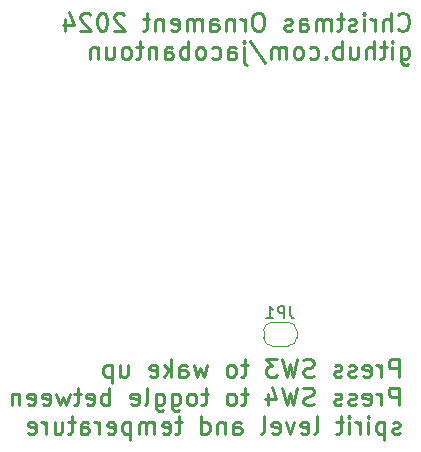
<source format=gbr>
%TF.GenerationSoftware,KiCad,Pcbnew,8.0.6*%
%TF.CreationDate,2024-11-25T23:55:31-05:00*%
%TF.ProjectId,Christmas Ornament 2024,43687269-7374-46d6-9173-204f726e616d,rev?*%
%TF.SameCoordinates,Original*%
%TF.FileFunction,Legend,Bot*%
%TF.FilePolarity,Positive*%
%FSLAX46Y46*%
G04 Gerber Fmt 4.6, Leading zero omitted, Abs format (unit mm)*
G04 Created by KiCad (PCBNEW 8.0.6) date 2024-11-25 23:55:31*
%MOMM*%
%LPD*%
G01*
G04 APERTURE LIST*
%ADD10C,0.250000*%
%ADD11C,0.150000*%
%ADD12C,0.120000*%
G04 APERTURE END LIST*
D10*
X140821241Y-76020655D02*
X140892669Y-76092084D01*
X140892669Y-76092084D02*
X141106955Y-76163512D01*
X141106955Y-76163512D02*
X141249812Y-76163512D01*
X141249812Y-76163512D02*
X141464098Y-76092084D01*
X141464098Y-76092084D02*
X141606955Y-75949226D01*
X141606955Y-75949226D02*
X141678384Y-75806369D01*
X141678384Y-75806369D02*
X141749812Y-75520655D01*
X141749812Y-75520655D02*
X141749812Y-75306369D01*
X141749812Y-75306369D02*
X141678384Y-75020655D01*
X141678384Y-75020655D02*
X141606955Y-74877798D01*
X141606955Y-74877798D02*
X141464098Y-74734941D01*
X141464098Y-74734941D02*
X141249812Y-74663512D01*
X141249812Y-74663512D02*
X141106955Y-74663512D01*
X141106955Y-74663512D02*
X140892669Y-74734941D01*
X140892669Y-74734941D02*
X140821241Y-74806369D01*
X140178384Y-76163512D02*
X140178384Y-74663512D01*
X139535527Y-76163512D02*
X139535527Y-75377798D01*
X139535527Y-75377798D02*
X139606955Y-75234941D01*
X139606955Y-75234941D02*
X139749812Y-75163512D01*
X139749812Y-75163512D02*
X139964098Y-75163512D01*
X139964098Y-75163512D02*
X140106955Y-75234941D01*
X140106955Y-75234941D02*
X140178384Y-75306369D01*
X138821241Y-76163512D02*
X138821241Y-75163512D01*
X138821241Y-75449226D02*
X138749812Y-75306369D01*
X138749812Y-75306369D02*
X138678384Y-75234941D01*
X138678384Y-75234941D02*
X138535526Y-75163512D01*
X138535526Y-75163512D02*
X138392669Y-75163512D01*
X137892670Y-76163512D02*
X137892670Y-75163512D01*
X137892670Y-74663512D02*
X137964098Y-74734941D01*
X137964098Y-74734941D02*
X137892670Y-74806369D01*
X137892670Y-74806369D02*
X137821241Y-74734941D01*
X137821241Y-74734941D02*
X137892670Y-74663512D01*
X137892670Y-74663512D02*
X137892670Y-74806369D01*
X137249812Y-76092084D02*
X137106955Y-76163512D01*
X137106955Y-76163512D02*
X136821241Y-76163512D01*
X136821241Y-76163512D02*
X136678384Y-76092084D01*
X136678384Y-76092084D02*
X136606955Y-75949226D01*
X136606955Y-75949226D02*
X136606955Y-75877798D01*
X136606955Y-75877798D02*
X136678384Y-75734941D01*
X136678384Y-75734941D02*
X136821241Y-75663512D01*
X136821241Y-75663512D02*
X137035527Y-75663512D01*
X137035527Y-75663512D02*
X137178384Y-75592084D01*
X137178384Y-75592084D02*
X137249812Y-75449226D01*
X137249812Y-75449226D02*
X137249812Y-75377798D01*
X137249812Y-75377798D02*
X137178384Y-75234941D01*
X137178384Y-75234941D02*
X137035527Y-75163512D01*
X137035527Y-75163512D02*
X136821241Y-75163512D01*
X136821241Y-75163512D02*
X136678384Y-75234941D01*
X136178383Y-75163512D02*
X135606955Y-75163512D01*
X135964098Y-74663512D02*
X135964098Y-75949226D01*
X135964098Y-75949226D02*
X135892669Y-76092084D01*
X135892669Y-76092084D02*
X135749812Y-76163512D01*
X135749812Y-76163512D02*
X135606955Y-76163512D01*
X135106955Y-76163512D02*
X135106955Y-75163512D01*
X135106955Y-75306369D02*
X135035526Y-75234941D01*
X135035526Y-75234941D02*
X134892669Y-75163512D01*
X134892669Y-75163512D02*
X134678383Y-75163512D01*
X134678383Y-75163512D02*
X134535526Y-75234941D01*
X134535526Y-75234941D02*
X134464098Y-75377798D01*
X134464098Y-75377798D02*
X134464098Y-76163512D01*
X134464098Y-75377798D02*
X134392669Y-75234941D01*
X134392669Y-75234941D02*
X134249812Y-75163512D01*
X134249812Y-75163512D02*
X134035526Y-75163512D01*
X134035526Y-75163512D02*
X133892669Y-75234941D01*
X133892669Y-75234941D02*
X133821240Y-75377798D01*
X133821240Y-75377798D02*
X133821240Y-76163512D01*
X132464098Y-76163512D02*
X132464098Y-75377798D01*
X132464098Y-75377798D02*
X132535526Y-75234941D01*
X132535526Y-75234941D02*
X132678383Y-75163512D01*
X132678383Y-75163512D02*
X132964098Y-75163512D01*
X132964098Y-75163512D02*
X133106955Y-75234941D01*
X132464098Y-76092084D02*
X132606955Y-76163512D01*
X132606955Y-76163512D02*
X132964098Y-76163512D01*
X132964098Y-76163512D02*
X133106955Y-76092084D01*
X133106955Y-76092084D02*
X133178383Y-75949226D01*
X133178383Y-75949226D02*
X133178383Y-75806369D01*
X133178383Y-75806369D02*
X133106955Y-75663512D01*
X133106955Y-75663512D02*
X132964098Y-75592084D01*
X132964098Y-75592084D02*
X132606955Y-75592084D01*
X132606955Y-75592084D02*
X132464098Y-75520655D01*
X131821240Y-76092084D02*
X131678383Y-76163512D01*
X131678383Y-76163512D02*
X131392669Y-76163512D01*
X131392669Y-76163512D02*
X131249812Y-76092084D01*
X131249812Y-76092084D02*
X131178383Y-75949226D01*
X131178383Y-75949226D02*
X131178383Y-75877798D01*
X131178383Y-75877798D02*
X131249812Y-75734941D01*
X131249812Y-75734941D02*
X131392669Y-75663512D01*
X131392669Y-75663512D02*
X131606955Y-75663512D01*
X131606955Y-75663512D02*
X131749812Y-75592084D01*
X131749812Y-75592084D02*
X131821240Y-75449226D01*
X131821240Y-75449226D02*
X131821240Y-75377798D01*
X131821240Y-75377798D02*
X131749812Y-75234941D01*
X131749812Y-75234941D02*
X131606955Y-75163512D01*
X131606955Y-75163512D02*
X131392669Y-75163512D01*
X131392669Y-75163512D02*
X131249812Y-75234941D01*
X129106954Y-74663512D02*
X128821240Y-74663512D01*
X128821240Y-74663512D02*
X128678383Y-74734941D01*
X128678383Y-74734941D02*
X128535526Y-74877798D01*
X128535526Y-74877798D02*
X128464097Y-75163512D01*
X128464097Y-75163512D02*
X128464097Y-75663512D01*
X128464097Y-75663512D02*
X128535526Y-75949226D01*
X128535526Y-75949226D02*
X128678383Y-76092084D01*
X128678383Y-76092084D02*
X128821240Y-76163512D01*
X128821240Y-76163512D02*
X129106954Y-76163512D01*
X129106954Y-76163512D02*
X129249812Y-76092084D01*
X129249812Y-76092084D02*
X129392669Y-75949226D01*
X129392669Y-75949226D02*
X129464097Y-75663512D01*
X129464097Y-75663512D02*
X129464097Y-75163512D01*
X129464097Y-75163512D02*
X129392669Y-74877798D01*
X129392669Y-74877798D02*
X129249812Y-74734941D01*
X129249812Y-74734941D02*
X129106954Y-74663512D01*
X127821240Y-76163512D02*
X127821240Y-75163512D01*
X127821240Y-75449226D02*
X127749811Y-75306369D01*
X127749811Y-75306369D02*
X127678383Y-75234941D01*
X127678383Y-75234941D02*
X127535525Y-75163512D01*
X127535525Y-75163512D02*
X127392668Y-75163512D01*
X126892669Y-75163512D02*
X126892669Y-76163512D01*
X126892669Y-75306369D02*
X126821240Y-75234941D01*
X126821240Y-75234941D02*
X126678383Y-75163512D01*
X126678383Y-75163512D02*
X126464097Y-75163512D01*
X126464097Y-75163512D02*
X126321240Y-75234941D01*
X126321240Y-75234941D02*
X126249812Y-75377798D01*
X126249812Y-75377798D02*
X126249812Y-76163512D01*
X124892669Y-76163512D02*
X124892669Y-75377798D01*
X124892669Y-75377798D02*
X124964097Y-75234941D01*
X124964097Y-75234941D02*
X125106954Y-75163512D01*
X125106954Y-75163512D02*
X125392669Y-75163512D01*
X125392669Y-75163512D02*
X125535526Y-75234941D01*
X124892669Y-76092084D02*
X125035526Y-76163512D01*
X125035526Y-76163512D02*
X125392669Y-76163512D01*
X125392669Y-76163512D02*
X125535526Y-76092084D01*
X125535526Y-76092084D02*
X125606954Y-75949226D01*
X125606954Y-75949226D02*
X125606954Y-75806369D01*
X125606954Y-75806369D02*
X125535526Y-75663512D01*
X125535526Y-75663512D02*
X125392669Y-75592084D01*
X125392669Y-75592084D02*
X125035526Y-75592084D01*
X125035526Y-75592084D02*
X124892669Y-75520655D01*
X124178383Y-76163512D02*
X124178383Y-75163512D01*
X124178383Y-75306369D02*
X124106954Y-75234941D01*
X124106954Y-75234941D02*
X123964097Y-75163512D01*
X123964097Y-75163512D02*
X123749811Y-75163512D01*
X123749811Y-75163512D02*
X123606954Y-75234941D01*
X123606954Y-75234941D02*
X123535526Y-75377798D01*
X123535526Y-75377798D02*
X123535526Y-76163512D01*
X123535526Y-75377798D02*
X123464097Y-75234941D01*
X123464097Y-75234941D02*
X123321240Y-75163512D01*
X123321240Y-75163512D02*
X123106954Y-75163512D01*
X123106954Y-75163512D02*
X122964097Y-75234941D01*
X122964097Y-75234941D02*
X122892668Y-75377798D01*
X122892668Y-75377798D02*
X122892668Y-76163512D01*
X121606954Y-76092084D02*
X121749811Y-76163512D01*
X121749811Y-76163512D02*
X122035526Y-76163512D01*
X122035526Y-76163512D02*
X122178383Y-76092084D01*
X122178383Y-76092084D02*
X122249811Y-75949226D01*
X122249811Y-75949226D02*
X122249811Y-75377798D01*
X122249811Y-75377798D02*
X122178383Y-75234941D01*
X122178383Y-75234941D02*
X122035526Y-75163512D01*
X122035526Y-75163512D02*
X121749811Y-75163512D01*
X121749811Y-75163512D02*
X121606954Y-75234941D01*
X121606954Y-75234941D02*
X121535526Y-75377798D01*
X121535526Y-75377798D02*
X121535526Y-75520655D01*
X121535526Y-75520655D02*
X122249811Y-75663512D01*
X120892669Y-75163512D02*
X120892669Y-76163512D01*
X120892669Y-75306369D02*
X120821240Y-75234941D01*
X120821240Y-75234941D02*
X120678383Y-75163512D01*
X120678383Y-75163512D02*
X120464097Y-75163512D01*
X120464097Y-75163512D02*
X120321240Y-75234941D01*
X120321240Y-75234941D02*
X120249812Y-75377798D01*
X120249812Y-75377798D02*
X120249812Y-76163512D01*
X119749811Y-75163512D02*
X119178383Y-75163512D01*
X119535526Y-74663512D02*
X119535526Y-75949226D01*
X119535526Y-75949226D02*
X119464097Y-76092084D01*
X119464097Y-76092084D02*
X119321240Y-76163512D01*
X119321240Y-76163512D02*
X119178383Y-76163512D01*
X117606954Y-74806369D02*
X117535526Y-74734941D01*
X117535526Y-74734941D02*
X117392669Y-74663512D01*
X117392669Y-74663512D02*
X117035526Y-74663512D01*
X117035526Y-74663512D02*
X116892669Y-74734941D01*
X116892669Y-74734941D02*
X116821240Y-74806369D01*
X116821240Y-74806369D02*
X116749811Y-74949226D01*
X116749811Y-74949226D02*
X116749811Y-75092084D01*
X116749811Y-75092084D02*
X116821240Y-75306369D01*
X116821240Y-75306369D02*
X117678383Y-76163512D01*
X117678383Y-76163512D02*
X116749811Y-76163512D01*
X115821240Y-74663512D02*
X115678383Y-74663512D01*
X115678383Y-74663512D02*
X115535526Y-74734941D01*
X115535526Y-74734941D02*
X115464098Y-74806369D01*
X115464098Y-74806369D02*
X115392669Y-74949226D01*
X115392669Y-74949226D02*
X115321240Y-75234941D01*
X115321240Y-75234941D02*
X115321240Y-75592084D01*
X115321240Y-75592084D02*
X115392669Y-75877798D01*
X115392669Y-75877798D02*
X115464098Y-76020655D01*
X115464098Y-76020655D02*
X115535526Y-76092084D01*
X115535526Y-76092084D02*
X115678383Y-76163512D01*
X115678383Y-76163512D02*
X115821240Y-76163512D01*
X115821240Y-76163512D02*
X115964098Y-76092084D01*
X115964098Y-76092084D02*
X116035526Y-76020655D01*
X116035526Y-76020655D02*
X116106955Y-75877798D01*
X116106955Y-75877798D02*
X116178383Y-75592084D01*
X116178383Y-75592084D02*
X116178383Y-75234941D01*
X116178383Y-75234941D02*
X116106955Y-74949226D01*
X116106955Y-74949226D02*
X116035526Y-74806369D01*
X116035526Y-74806369D02*
X115964098Y-74734941D01*
X115964098Y-74734941D02*
X115821240Y-74663512D01*
X114749812Y-74806369D02*
X114678384Y-74734941D01*
X114678384Y-74734941D02*
X114535527Y-74663512D01*
X114535527Y-74663512D02*
X114178384Y-74663512D01*
X114178384Y-74663512D02*
X114035527Y-74734941D01*
X114035527Y-74734941D02*
X113964098Y-74806369D01*
X113964098Y-74806369D02*
X113892669Y-74949226D01*
X113892669Y-74949226D02*
X113892669Y-75092084D01*
X113892669Y-75092084D02*
X113964098Y-75306369D01*
X113964098Y-75306369D02*
X114821241Y-76163512D01*
X114821241Y-76163512D02*
X113892669Y-76163512D01*
X112606956Y-75163512D02*
X112606956Y-76163512D01*
X112964098Y-74592084D02*
X113321241Y-75663512D01*
X113321241Y-75663512D02*
X112392670Y-75663512D01*
X141035527Y-77578428D02*
X141035527Y-78792714D01*
X141035527Y-78792714D02*
X141106955Y-78935571D01*
X141106955Y-78935571D02*
X141178384Y-79007000D01*
X141178384Y-79007000D02*
X141321241Y-79078428D01*
X141321241Y-79078428D02*
X141535527Y-79078428D01*
X141535527Y-79078428D02*
X141678384Y-79007000D01*
X141035527Y-78507000D02*
X141178384Y-78578428D01*
X141178384Y-78578428D02*
X141464098Y-78578428D01*
X141464098Y-78578428D02*
X141606955Y-78507000D01*
X141606955Y-78507000D02*
X141678384Y-78435571D01*
X141678384Y-78435571D02*
X141749812Y-78292714D01*
X141749812Y-78292714D02*
X141749812Y-77864142D01*
X141749812Y-77864142D02*
X141678384Y-77721285D01*
X141678384Y-77721285D02*
X141606955Y-77649857D01*
X141606955Y-77649857D02*
X141464098Y-77578428D01*
X141464098Y-77578428D02*
X141178384Y-77578428D01*
X141178384Y-77578428D02*
X141035527Y-77649857D01*
X140321241Y-78578428D02*
X140321241Y-77578428D01*
X140321241Y-77078428D02*
X140392669Y-77149857D01*
X140392669Y-77149857D02*
X140321241Y-77221285D01*
X140321241Y-77221285D02*
X140249812Y-77149857D01*
X140249812Y-77149857D02*
X140321241Y-77078428D01*
X140321241Y-77078428D02*
X140321241Y-77221285D01*
X139821240Y-77578428D02*
X139249812Y-77578428D01*
X139606955Y-77078428D02*
X139606955Y-78364142D01*
X139606955Y-78364142D02*
X139535526Y-78507000D01*
X139535526Y-78507000D02*
X139392669Y-78578428D01*
X139392669Y-78578428D02*
X139249812Y-78578428D01*
X138749812Y-78578428D02*
X138749812Y-77078428D01*
X138106955Y-78578428D02*
X138106955Y-77792714D01*
X138106955Y-77792714D02*
X138178383Y-77649857D01*
X138178383Y-77649857D02*
X138321240Y-77578428D01*
X138321240Y-77578428D02*
X138535526Y-77578428D01*
X138535526Y-77578428D02*
X138678383Y-77649857D01*
X138678383Y-77649857D02*
X138749812Y-77721285D01*
X136749812Y-77578428D02*
X136749812Y-78578428D01*
X137392669Y-77578428D02*
X137392669Y-78364142D01*
X137392669Y-78364142D02*
X137321240Y-78507000D01*
X137321240Y-78507000D02*
X137178383Y-78578428D01*
X137178383Y-78578428D02*
X136964097Y-78578428D01*
X136964097Y-78578428D02*
X136821240Y-78507000D01*
X136821240Y-78507000D02*
X136749812Y-78435571D01*
X136035526Y-78578428D02*
X136035526Y-77078428D01*
X136035526Y-77649857D02*
X135892669Y-77578428D01*
X135892669Y-77578428D02*
X135606954Y-77578428D01*
X135606954Y-77578428D02*
X135464097Y-77649857D01*
X135464097Y-77649857D02*
X135392669Y-77721285D01*
X135392669Y-77721285D02*
X135321240Y-77864142D01*
X135321240Y-77864142D02*
X135321240Y-78292714D01*
X135321240Y-78292714D02*
X135392669Y-78435571D01*
X135392669Y-78435571D02*
X135464097Y-78507000D01*
X135464097Y-78507000D02*
X135606954Y-78578428D01*
X135606954Y-78578428D02*
X135892669Y-78578428D01*
X135892669Y-78578428D02*
X136035526Y-78507000D01*
X134678383Y-78435571D02*
X134606954Y-78507000D01*
X134606954Y-78507000D02*
X134678383Y-78578428D01*
X134678383Y-78578428D02*
X134749811Y-78507000D01*
X134749811Y-78507000D02*
X134678383Y-78435571D01*
X134678383Y-78435571D02*
X134678383Y-78578428D01*
X133321240Y-78507000D02*
X133464097Y-78578428D01*
X133464097Y-78578428D02*
X133749811Y-78578428D01*
X133749811Y-78578428D02*
X133892668Y-78507000D01*
X133892668Y-78507000D02*
X133964097Y-78435571D01*
X133964097Y-78435571D02*
X134035525Y-78292714D01*
X134035525Y-78292714D02*
X134035525Y-77864142D01*
X134035525Y-77864142D02*
X133964097Y-77721285D01*
X133964097Y-77721285D02*
X133892668Y-77649857D01*
X133892668Y-77649857D02*
X133749811Y-77578428D01*
X133749811Y-77578428D02*
X133464097Y-77578428D01*
X133464097Y-77578428D02*
X133321240Y-77649857D01*
X132464097Y-78578428D02*
X132606954Y-78507000D01*
X132606954Y-78507000D02*
X132678383Y-78435571D01*
X132678383Y-78435571D02*
X132749811Y-78292714D01*
X132749811Y-78292714D02*
X132749811Y-77864142D01*
X132749811Y-77864142D02*
X132678383Y-77721285D01*
X132678383Y-77721285D02*
X132606954Y-77649857D01*
X132606954Y-77649857D02*
X132464097Y-77578428D01*
X132464097Y-77578428D02*
X132249811Y-77578428D01*
X132249811Y-77578428D02*
X132106954Y-77649857D01*
X132106954Y-77649857D02*
X132035526Y-77721285D01*
X132035526Y-77721285D02*
X131964097Y-77864142D01*
X131964097Y-77864142D02*
X131964097Y-78292714D01*
X131964097Y-78292714D02*
X132035526Y-78435571D01*
X132035526Y-78435571D02*
X132106954Y-78507000D01*
X132106954Y-78507000D02*
X132249811Y-78578428D01*
X132249811Y-78578428D02*
X132464097Y-78578428D01*
X131321240Y-78578428D02*
X131321240Y-77578428D01*
X131321240Y-77721285D02*
X131249811Y-77649857D01*
X131249811Y-77649857D02*
X131106954Y-77578428D01*
X131106954Y-77578428D02*
X130892668Y-77578428D01*
X130892668Y-77578428D02*
X130749811Y-77649857D01*
X130749811Y-77649857D02*
X130678383Y-77792714D01*
X130678383Y-77792714D02*
X130678383Y-78578428D01*
X130678383Y-77792714D02*
X130606954Y-77649857D01*
X130606954Y-77649857D02*
X130464097Y-77578428D01*
X130464097Y-77578428D02*
X130249811Y-77578428D01*
X130249811Y-77578428D02*
X130106954Y-77649857D01*
X130106954Y-77649857D02*
X130035525Y-77792714D01*
X130035525Y-77792714D02*
X130035525Y-78578428D01*
X128249811Y-77007000D02*
X129535525Y-78935571D01*
X127749811Y-77578428D02*
X127749811Y-78864142D01*
X127749811Y-78864142D02*
X127821239Y-79007000D01*
X127821239Y-79007000D02*
X127964096Y-79078428D01*
X127964096Y-79078428D02*
X128035525Y-79078428D01*
X127749811Y-77078428D02*
X127821239Y-77149857D01*
X127821239Y-77149857D02*
X127749811Y-77221285D01*
X127749811Y-77221285D02*
X127678382Y-77149857D01*
X127678382Y-77149857D02*
X127749811Y-77078428D01*
X127749811Y-77078428D02*
X127749811Y-77221285D01*
X126392668Y-78578428D02*
X126392668Y-77792714D01*
X126392668Y-77792714D02*
X126464096Y-77649857D01*
X126464096Y-77649857D02*
X126606953Y-77578428D01*
X126606953Y-77578428D02*
X126892668Y-77578428D01*
X126892668Y-77578428D02*
X127035525Y-77649857D01*
X126392668Y-78507000D02*
X126535525Y-78578428D01*
X126535525Y-78578428D02*
X126892668Y-78578428D01*
X126892668Y-78578428D02*
X127035525Y-78507000D01*
X127035525Y-78507000D02*
X127106953Y-78364142D01*
X127106953Y-78364142D02*
X127106953Y-78221285D01*
X127106953Y-78221285D02*
X127035525Y-78078428D01*
X127035525Y-78078428D02*
X126892668Y-78007000D01*
X126892668Y-78007000D02*
X126535525Y-78007000D01*
X126535525Y-78007000D02*
X126392668Y-77935571D01*
X125035525Y-78507000D02*
X125178382Y-78578428D01*
X125178382Y-78578428D02*
X125464096Y-78578428D01*
X125464096Y-78578428D02*
X125606953Y-78507000D01*
X125606953Y-78507000D02*
X125678382Y-78435571D01*
X125678382Y-78435571D02*
X125749810Y-78292714D01*
X125749810Y-78292714D02*
X125749810Y-77864142D01*
X125749810Y-77864142D02*
X125678382Y-77721285D01*
X125678382Y-77721285D02*
X125606953Y-77649857D01*
X125606953Y-77649857D02*
X125464096Y-77578428D01*
X125464096Y-77578428D02*
X125178382Y-77578428D01*
X125178382Y-77578428D02*
X125035525Y-77649857D01*
X124178382Y-78578428D02*
X124321239Y-78507000D01*
X124321239Y-78507000D02*
X124392668Y-78435571D01*
X124392668Y-78435571D02*
X124464096Y-78292714D01*
X124464096Y-78292714D02*
X124464096Y-77864142D01*
X124464096Y-77864142D02*
X124392668Y-77721285D01*
X124392668Y-77721285D02*
X124321239Y-77649857D01*
X124321239Y-77649857D02*
X124178382Y-77578428D01*
X124178382Y-77578428D02*
X123964096Y-77578428D01*
X123964096Y-77578428D02*
X123821239Y-77649857D01*
X123821239Y-77649857D02*
X123749811Y-77721285D01*
X123749811Y-77721285D02*
X123678382Y-77864142D01*
X123678382Y-77864142D02*
X123678382Y-78292714D01*
X123678382Y-78292714D02*
X123749811Y-78435571D01*
X123749811Y-78435571D02*
X123821239Y-78507000D01*
X123821239Y-78507000D02*
X123964096Y-78578428D01*
X123964096Y-78578428D02*
X124178382Y-78578428D01*
X123035525Y-78578428D02*
X123035525Y-77078428D01*
X123035525Y-77649857D02*
X122892668Y-77578428D01*
X122892668Y-77578428D02*
X122606953Y-77578428D01*
X122606953Y-77578428D02*
X122464096Y-77649857D01*
X122464096Y-77649857D02*
X122392668Y-77721285D01*
X122392668Y-77721285D02*
X122321239Y-77864142D01*
X122321239Y-77864142D02*
X122321239Y-78292714D01*
X122321239Y-78292714D02*
X122392668Y-78435571D01*
X122392668Y-78435571D02*
X122464096Y-78507000D01*
X122464096Y-78507000D02*
X122606953Y-78578428D01*
X122606953Y-78578428D02*
X122892668Y-78578428D01*
X122892668Y-78578428D02*
X123035525Y-78507000D01*
X121035525Y-78578428D02*
X121035525Y-77792714D01*
X121035525Y-77792714D02*
X121106953Y-77649857D01*
X121106953Y-77649857D02*
X121249810Y-77578428D01*
X121249810Y-77578428D02*
X121535525Y-77578428D01*
X121535525Y-77578428D02*
X121678382Y-77649857D01*
X121035525Y-78507000D02*
X121178382Y-78578428D01*
X121178382Y-78578428D02*
X121535525Y-78578428D01*
X121535525Y-78578428D02*
X121678382Y-78507000D01*
X121678382Y-78507000D02*
X121749810Y-78364142D01*
X121749810Y-78364142D02*
X121749810Y-78221285D01*
X121749810Y-78221285D02*
X121678382Y-78078428D01*
X121678382Y-78078428D02*
X121535525Y-78007000D01*
X121535525Y-78007000D02*
X121178382Y-78007000D01*
X121178382Y-78007000D02*
X121035525Y-77935571D01*
X120321239Y-77578428D02*
X120321239Y-78578428D01*
X120321239Y-77721285D02*
X120249810Y-77649857D01*
X120249810Y-77649857D02*
X120106953Y-77578428D01*
X120106953Y-77578428D02*
X119892667Y-77578428D01*
X119892667Y-77578428D02*
X119749810Y-77649857D01*
X119749810Y-77649857D02*
X119678382Y-77792714D01*
X119678382Y-77792714D02*
X119678382Y-78578428D01*
X119178381Y-77578428D02*
X118606953Y-77578428D01*
X118964096Y-77078428D02*
X118964096Y-78364142D01*
X118964096Y-78364142D02*
X118892667Y-78507000D01*
X118892667Y-78507000D02*
X118749810Y-78578428D01*
X118749810Y-78578428D02*
X118606953Y-78578428D01*
X117892667Y-78578428D02*
X118035524Y-78507000D01*
X118035524Y-78507000D02*
X118106953Y-78435571D01*
X118106953Y-78435571D02*
X118178381Y-78292714D01*
X118178381Y-78292714D02*
X118178381Y-77864142D01*
X118178381Y-77864142D02*
X118106953Y-77721285D01*
X118106953Y-77721285D02*
X118035524Y-77649857D01*
X118035524Y-77649857D02*
X117892667Y-77578428D01*
X117892667Y-77578428D02*
X117678381Y-77578428D01*
X117678381Y-77578428D02*
X117535524Y-77649857D01*
X117535524Y-77649857D02*
X117464096Y-77721285D01*
X117464096Y-77721285D02*
X117392667Y-77864142D01*
X117392667Y-77864142D02*
X117392667Y-78292714D01*
X117392667Y-78292714D02*
X117464096Y-78435571D01*
X117464096Y-78435571D02*
X117535524Y-78507000D01*
X117535524Y-78507000D02*
X117678381Y-78578428D01*
X117678381Y-78578428D02*
X117892667Y-78578428D01*
X116106953Y-77578428D02*
X116106953Y-78578428D01*
X116749810Y-77578428D02*
X116749810Y-78364142D01*
X116749810Y-78364142D02*
X116678381Y-78507000D01*
X116678381Y-78507000D02*
X116535524Y-78578428D01*
X116535524Y-78578428D02*
X116321238Y-78578428D01*
X116321238Y-78578428D02*
X116178381Y-78507000D01*
X116178381Y-78507000D02*
X116106953Y-78435571D01*
X115392667Y-77578428D02*
X115392667Y-78578428D01*
X115392667Y-77721285D02*
X115321238Y-77649857D01*
X115321238Y-77649857D02*
X115178381Y-77578428D01*
X115178381Y-77578428D02*
X114964095Y-77578428D01*
X114964095Y-77578428D02*
X114821238Y-77649857D01*
X114821238Y-77649857D02*
X114749810Y-77792714D01*
X114749810Y-77792714D02*
X114749810Y-78578428D01*
X140853384Y-105473596D02*
X140853384Y-103973596D01*
X140853384Y-103973596D02*
X140281955Y-103973596D01*
X140281955Y-103973596D02*
X140139098Y-104045025D01*
X140139098Y-104045025D02*
X140067669Y-104116453D01*
X140067669Y-104116453D02*
X139996241Y-104259310D01*
X139996241Y-104259310D02*
X139996241Y-104473596D01*
X139996241Y-104473596D02*
X140067669Y-104616453D01*
X140067669Y-104616453D02*
X140139098Y-104687882D01*
X140139098Y-104687882D02*
X140281955Y-104759310D01*
X140281955Y-104759310D02*
X140853384Y-104759310D01*
X139353384Y-105473596D02*
X139353384Y-104473596D01*
X139353384Y-104759310D02*
X139281955Y-104616453D01*
X139281955Y-104616453D02*
X139210527Y-104545025D01*
X139210527Y-104545025D02*
X139067669Y-104473596D01*
X139067669Y-104473596D02*
X138924812Y-104473596D01*
X137853384Y-105402168D02*
X137996241Y-105473596D01*
X137996241Y-105473596D02*
X138281956Y-105473596D01*
X138281956Y-105473596D02*
X138424813Y-105402168D01*
X138424813Y-105402168D02*
X138496241Y-105259310D01*
X138496241Y-105259310D02*
X138496241Y-104687882D01*
X138496241Y-104687882D02*
X138424813Y-104545025D01*
X138424813Y-104545025D02*
X138281956Y-104473596D01*
X138281956Y-104473596D02*
X137996241Y-104473596D01*
X137996241Y-104473596D02*
X137853384Y-104545025D01*
X137853384Y-104545025D02*
X137781956Y-104687882D01*
X137781956Y-104687882D02*
X137781956Y-104830739D01*
X137781956Y-104830739D02*
X138496241Y-104973596D01*
X137210527Y-105402168D02*
X137067670Y-105473596D01*
X137067670Y-105473596D02*
X136781956Y-105473596D01*
X136781956Y-105473596D02*
X136639099Y-105402168D01*
X136639099Y-105402168D02*
X136567670Y-105259310D01*
X136567670Y-105259310D02*
X136567670Y-105187882D01*
X136567670Y-105187882D02*
X136639099Y-105045025D01*
X136639099Y-105045025D02*
X136781956Y-104973596D01*
X136781956Y-104973596D02*
X136996242Y-104973596D01*
X136996242Y-104973596D02*
X137139099Y-104902168D01*
X137139099Y-104902168D02*
X137210527Y-104759310D01*
X137210527Y-104759310D02*
X137210527Y-104687882D01*
X137210527Y-104687882D02*
X137139099Y-104545025D01*
X137139099Y-104545025D02*
X136996242Y-104473596D01*
X136996242Y-104473596D02*
X136781956Y-104473596D01*
X136781956Y-104473596D02*
X136639099Y-104545025D01*
X135996241Y-105402168D02*
X135853384Y-105473596D01*
X135853384Y-105473596D02*
X135567670Y-105473596D01*
X135567670Y-105473596D02*
X135424813Y-105402168D01*
X135424813Y-105402168D02*
X135353384Y-105259310D01*
X135353384Y-105259310D02*
X135353384Y-105187882D01*
X135353384Y-105187882D02*
X135424813Y-105045025D01*
X135424813Y-105045025D02*
X135567670Y-104973596D01*
X135567670Y-104973596D02*
X135781956Y-104973596D01*
X135781956Y-104973596D02*
X135924813Y-104902168D01*
X135924813Y-104902168D02*
X135996241Y-104759310D01*
X135996241Y-104759310D02*
X135996241Y-104687882D01*
X135996241Y-104687882D02*
X135924813Y-104545025D01*
X135924813Y-104545025D02*
X135781956Y-104473596D01*
X135781956Y-104473596D02*
X135567670Y-104473596D01*
X135567670Y-104473596D02*
X135424813Y-104545025D01*
X133639098Y-105402168D02*
X133424813Y-105473596D01*
X133424813Y-105473596D02*
X133067670Y-105473596D01*
X133067670Y-105473596D02*
X132924813Y-105402168D01*
X132924813Y-105402168D02*
X132853384Y-105330739D01*
X132853384Y-105330739D02*
X132781955Y-105187882D01*
X132781955Y-105187882D02*
X132781955Y-105045025D01*
X132781955Y-105045025D02*
X132853384Y-104902168D01*
X132853384Y-104902168D02*
X132924813Y-104830739D01*
X132924813Y-104830739D02*
X133067670Y-104759310D01*
X133067670Y-104759310D02*
X133353384Y-104687882D01*
X133353384Y-104687882D02*
X133496241Y-104616453D01*
X133496241Y-104616453D02*
X133567670Y-104545025D01*
X133567670Y-104545025D02*
X133639098Y-104402168D01*
X133639098Y-104402168D02*
X133639098Y-104259310D01*
X133639098Y-104259310D02*
X133567670Y-104116453D01*
X133567670Y-104116453D02*
X133496241Y-104045025D01*
X133496241Y-104045025D02*
X133353384Y-103973596D01*
X133353384Y-103973596D02*
X132996241Y-103973596D01*
X132996241Y-103973596D02*
X132781955Y-104045025D01*
X132281956Y-103973596D02*
X131924813Y-105473596D01*
X131924813Y-105473596D02*
X131639099Y-104402168D01*
X131639099Y-104402168D02*
X131353384Y-105473596D01*
X131353384Y-105473596D02*
X130996242Y-103973596D01*
X130567670Y-103973596D02*
X129639098Y-103973596D01*
X129639098Y-103973596D02*
X130139098Y-104545025D01*
X130139098Y-104545025D02*
X129924813Y-104545025D01*
X129924813Y-104545025D02*
X129781956Y-104616453D01*
X129781956Y-104616453D02*
X129710527Y-104687882D01*
X129710527Y-104687882D02*
X129639098Y-104830739D01*
X129639098Y-104830739D02*
X129639098Y-105187882D01*
X129639098Y-105187882D02*
X129710527Y-105330739D01*
X129710527Y-105330739D02*
X129781956Y-105402168D01*
X129781956Y-105402168D02*
X129924813Y-105473596D01*
X129924813Y-105473596D02*
X130353384Y-105473596D01*
X130353384Y-105473596D02*
X130496241Y-105402168D01*
X130496241Y-105402168D02*
X130567670Y-105330739D01*
X128067670Y-104473596D02*
X127496242Y-104473596D01*
X127853385Y-103973596D02*
X127853385Y-105259310D01*
X127853385Y-105259310D02*
X127781956Y-105402168D01*
X127781956Y-105402168D02*
X127639099Y-105473596D01*
X127639099Y-105473596D02*
X127496242Y-105473596D01*
X126781956Y-105473596D02*
X126924813Y-105402168D01*
X126924813Y-105402168D02*
X126996242Y-105330739D01*
X126996242Y-105330739D02*
X127067670Y-105187882D01*
X127067670Y-105187882D02*
X127067670Y-104759310D01*
X127067670Y-104759310D02*
X126996242Y-104616453D01*
X126996242Y-104616453D02*
X126924813Y-104545025D01*
X126924813Y-104545025D02*
X126781956Y-104473596D01*
X126781956Y-104473596D02*
X126567670Y-104473596D01*
X126567670Y-104473596D02*
X126424813Y-104545025D01*
X126424813Y-104545025D02*
X126353385Y-104616453D01*
X126353385Y-104616453D02*
X126281956Y-104759310D01*
X126281956Y-104759310D02*
X126281956Y-105187882D01*
X126281956Y-105187882D02*
X126353385Y-105330739D01*
X126353385Y-105330739D02*
X126424813Y-105402168D01*
X126424813Y-105402168D02*
X126567670Y-105473596D01*
X126567670Y-105473596D02*
X126781956Y-105473596D01*
X124639099Y-104473596D02*
X124353385Y-105473596D01*
X124353385Y-105473596D02*
X124067670Y-104759310D01*
X124067670Y-104759310D02*
X123781956Y-105473596D01*
X123781956Y-105473596D02*
X123496242Y-104473596D01*
X122281956Y-105473596D02*
X122281956Y-104687882D01*
X122281956Y-104687882D02*
X122353384Y-104545025D01*
X122353384Y-104545025D02*
X122496241Y-104473596D01*
X122496241Y-104473596D02*
X122781956Y-104473596D01*
X122781956Y-104473596D02*
X122924813Y-104545025D01*
X122281956Y-105402168D02*
X122424813Y-105473596D01*
X122424813Y-105473596D02*
X122781956Y-105473596D01*
X122781956Y-105473596D02*
X122924813Y-105402168D01*
X122924813Y-105402168D02*
X122996241Y-105259310D01*
X122996241Y-105259310D02*
X122996241Y-105116453D01*
X122996241Y-105116453D02*
X122924813Y-104973596D01*
X122924813Y-104973596D02*
X122781956Y-104902168D01*
X122781956Y-104902168D02*
X122424813Y-104902168D01*
X122424813Y-104902168D02*
X122281956Y-104830739D01*
X121567670Y-105473596D02*
X121567670Y-103973596D01*
X121424813Y-104902168D02*
X120996241Y-105473596D01*
X120996241Y-104473596D02*
X121567670Y-105045025D01*
X119781955Y-105402168D02*
X119924812Y-105473596D01*
X119924812Y-105473596D02*
X120210527Y-105473596D01*
X120210527Y-105473596D02*
X120353384Y-105402168D01*
X120353384Y-105402168D02*
X120424812Y-105259310D01*
X120424812Y-105259310D02*
X120424812Y-104687882D01*
X120424812Y-104687882D02*
X120353384Y-104545025D01*
X120353384Y-104545025D02*
X120210527Y-104473596D01*
X120210527Y-104473596D02*
X119924812Y-104473596D01*
X119924812Y-104473596D02*
X119781955Y-104545025D01*
X119781955Y-104545025D02*
X119710527Y-104687882D01*
X119710527Y-104687882D02*
X119710527Y-104830739D01*
X119710527Y-104830739D02*
X120424812Y-104973596D01*
X117281956Y-104473596D02*
X117281956Y-105473596D01*
X117924813Y-104473596D02*
X117924813Y-105259310D01*
X117924813Y-105259310D02*
X117853384Y-105402168D01*
X117853384Y-105402168D02*
X117710527Y-105473596D01*
X117710527Y-105473596D02*
X117496241Y-105473596D01*
X117496241Y-105473596D02*
X117353384Y-105402168D01*
X117353384Y-105402168D02*
X117281956Y-105330739D01*
X116567670Y-104473596D02*
X116567670Y-105973596D01*
X116567670Y-104545025D02*
X116424813Y-104473596D01*
X116424813Y-104473596D02*
X116139098Y-104473596D01*
X116139098Y-104473596D02*
X115996241Y-104545025D01*
X115996241Y-104545025D02*
X115924813Y-104616453D01*
X115924813Y-104616453D02*
X115853384Y-104759310D01*
X115853384Y-104759310D02*
X115853384Y-105187882D01*
X115853384Y-105187882D02*
X115924813Y-105330739D01*
X115924813Y-105330739D02*
X115996241Y-105402168D01*
X115996241Y-105402168D02*
X116139098Y-105473596D01*
X116139098Y-105473596D02*
X116424813Y-105473596D01*
X116424813Y-105473596D02*
X116567670Y-105402168D01*
X140853384Y-107888512D02*
X140853384Y-106388512D01*
X140853384Y-106388512D02*
X140281955Y-106388512D01*
X140281955Y-106388512D02*
X140139098Y-106459941D01*
X140139098Y-106459941D02*
X140067669Y-106531369D01*
X140067669Y-106531369D02*
X139996241Y-106674226D01*
X139996241Y-106674226D02*
X139996241Y-106888512D01*
X139996241Y-106888512D02*
X140067669Y-107031369D01*
X140067669Y-107031369D02*
X140139098Y-107102798D01*
X140139098Y-107102798D02*
X140281955Y-107174226D01*
X140281955Y-107174226D02*
X140853384Y-107174226D01*
X139353384Y-107888512D02*
X139353384Y-106888512D01*
X139353384Y-107174226D02*
X139281955Y-107031369D01*
X139281955Y-107031369D02*
X139210527Y-106959941D01*
X139210527Y-106959941D02*
X139067669Y-106888512D01*
X139067669Y-106888512D02*
X138924812Y-106888512D01*
X137853384Y-107817084D02*
X137996241Y-107888512D01*
X137996241Y-107888512D02*
X138281956Y-107888512D01*
X138281956Y-107888512D02*
X138424813Y-107817084D01*
X138424813Y-107817084D02*
X138496241Y-107674226D01*
X138496241Y-107674226D02*
X138496241Y-107102798D01*
X138496241Y-107102798D02*
X138424813Y-106959941D01*
X138424813Y-106959941D02*
X138281956Y-106888512D01*
X138281956Y-106888512D02*
X137996241Y-106888512D01*
X137996241Y-106888512D02*
X137853384Y-106959941D01*
X137853384Y-106959941D02*
X137781956Y-107102798D01*
X137781956Y-107102798D02*
X137781956Y-107245655D01*
X137781956Y-107245655D02*
X138496241Y-107388512D01*
X137210527Y-107817084D02*
X137067670Y-107888512D01*
X137067670Y-107888512D02*
X136781956Y-107888512D01*
X136781956Y-107888512D02*
X136639099Y-107817084D01*
X136639099Y-107817084D02*
X136567670Y-107674226D01*
X136567670Y-107674226D02*
X136567670Y-107602798D01*
X136567670Y-107602798D02*
X136639099Y-107459941D01*
X136639099Y-107459941D02*
X136781956Y-107388512D01*
X136781956Y-107388512D02*
X136996242Y-107388512D01*
X136996242Y-107388512D02*
X137139099Y-107317084D01*
X137139099Y-107317084D02*
X137210527Y-107174226D01*
X137210527Y-107174226D02*
X137210527Y-107102798D01*
X137210527Y-107102798D02*
X137139099Y-106959941D01*
X137139099Y-106959941D02*
X136996242Y-106888512D01*
X136996242Y-106888512D02*
X136781956Y-106888512D01*
X136781956Y-106888512D02*
X136639099Y-106959941D01*
X135996241Y-107817084D02*
X135853384Y-107888512D01*
X135853384Y-107888512D02*
X135567670Y-107888512D01*
X135567670Y-107888512D02*
X135424813Y-107817084D01*
X135424813Y-107817084D02*
X135353384Y-107674226D01*
X135353384Y-107674226D02*
X135353384Y-107602798D01*
X135353384Y-107602798D02*
X135424813Y-107459941D01*
X135424813Y-107459941D02*
X135567670Y-107388512D01*
X135567670Y-107388512D02*
X135781956Y-107388512D01*
X135781956Y-107388512D02*
X135924813Y-107317084D01*
X135924813Y-107317084D02*
X135996241Y-107174226D01*
X135996241Y-107174226D02*
X135996241Y-107102798D01*
X135996241Y-107102798D02*
X135924813Y-106959941D01*
X135924813Y-106959941D02*
X135781956Y-106888512D01*
X135781956Y-106888512D02*
X135567670Y-106888512D01*
X135567670Y-106888512D02*
X135424813Y-106959941D01*
X133639098Y-107817084D02*
X133424813Y-107888512D01*
X133424813Y-107888512D02*
X133067670Y-107888512D01*
X133067670Y-107888512D02*
X132924813Y-107817084D01*
X132924813Y-107817084D02*
X132853384Y-107745655D01*
X132853384Y-107745655D02*
X132781955Y-107602798D01*
X132781955Y-107602798D02*
X132781955Y-107459941D01*
X132781955Y-107459941D02*
X132853384Y-107317084D01*
X132853384Y-107317084D02*
X132924813Y-107245655D01*
X132924813Y-107245655D02*
X133067670Y-107174226D01*
X133067670Y-107174226D02*
X133353384Y-107102798D01*
X133353384Y-107102798D02*
X133496241Y-107031369D01*
X133496241Y-107031369D02*
X133567670Y-106959941D01*
X133567670Y-106959941D02*
X133639098Y-106817084D01*
X133639098Y-106817084D02*
X133639098Y-106674226D01*
X133639098Y-106674226D02*
X133567670Y-106531369D01*
X133567670Y-106531369D02*
X133496241Y-106459941D01*
X133496241Y-106459941D02*
X133353384Y-106388512D01*
X133353384Y-106388512D02*
X132996241Y-106388512D01*
X132996241Y-106388512D02*
X132781955Y-106459941D01*
X132281956Y-106388512D02*
X131924813Y-107888512D01*
X131924813Y-107888512D02*
X131639099Y-106817084D01*
X131639099Y-106817084D02*
X131353384Y-107888512D01*
X131353384Y-107888512D02*
X130996242Y-106388512D01*
X129781956Y-106888512D02*
X129781956Y-107888512D01*
X130139098Y-106317084D02*
X130496241Y-107388512D01*
X130496241Y-107388512D02*
X129567670Y-107388512D01*
X128067670Y-106888512D02*
X127496242Y-106888512D01*
X127853385Y-106388512D02*
X127853385Y-107674226D01*
X127853385Y-107674226D02*
X127781956Y-107817084D01*
X127781956Y-107817084D02*
X127639099Y-107888512D01*
X127639099Y-107888512D02*
X127496242Y-107888512D01*
X126781956Y-107888512D02*
X126924813Y-107817084D01*
X126924813Y-107817084D02*
X126996242Y-107745655D01*
X126996242Y-107745655D02*
X127067670Y-107602798D01*
X127067670Y-107602798D02*
X127067670Y-107174226D01*
X127067670Y-107174226D02*
X126996242Y-107031369D01*
X126996242Y-107031369D02*
X126924813Y-106959941D01*
X126924813Y-106959941D02*
X126781956Y-106888512D01*
X126781956Y-106888512D02*
X126567670Y-106888512D01*
X126567670Y-106888512D02*
X126424813Y-106959941D01*
X126424813Y-106959941D02*
X126353385Y-107031369D01*
X126353385Y-107031369D02*
X126281956Y-107174226D01*
X126281956Y-107174226D02*
X126281956Y-107602798D01*
X126281956Y-107602798D02*
X126353385Y-107745655D01*
X126353385Y-107745655D02*
X126424813Y-107817084D01*
X126424813Y-107817084D02*
X126567670Y-107888512D01*
X126567670Y-107888512D02*
X126781956Y-107888512D01*
X124710527Y-106888512D02*
X124139099Y-106888512D01*
X124496242Y-106388512D02*
X124496242Y-107674226D01*
X124496242Y-107674226D02*
X124424813Y-107817084D01*
X124424813Y-107817084D02*
X124281956Y-107888512D01*
X124281956Y-107888512D02*
X124139099Y-107888512D01*
X123424813Y-107888512D02*
X123567670Y-107817084D01*
X123567670Y-107817084D02*
X123639099Y-107745655D01*
X123639099Y-107745655D02*
X123710527Y-107602798D01*
X123710527Y-107602798D02*
X123710527Y-107174226D01*
X123710527Y-107174226D02*
X123639099Y-107031369D01*
X123639099Y-107031369D02*
X123567670Y-106959941D01*
X123567670Y-106959941D02*
X123424813Y-106888512D01*
X123424813Y-106888512D02*
X123210527Y-106888512D01*
X123210527Y-106888512D02*
X123067670Y-106959941D01*
X123067670Y-106959941D02*
X122996242Y-107031369D01*
X122996242Y-107031369D02*
X122924813Y-107174226D01*
X122924813Y-107174226D02*
X122924813Y-107602798D01*
X122924813Y-107602798D02*
X122996242Y-107745655D01*
X122996242Y-107745655D02*
X123067670Y-107817084D01*
X123067670Y-107817084D02*
X123210527Y-107888512D01*
X123210527Y-107888512D02*
X123424813Y-107888512D01*
X121639099Y-106888512D02*
X121639099Y-108102798D01*
X121639099Y-108102798D02*
X121710527Y-108245655D01*
X121710527Y-108245655D02*
X121781956Y-108317084D01*
X121781956Y-108317084D02*
X121924813Y-108388512D01*
X121924813Y-108388512D02*
X122139099Y-108388512D01*
X122139099Y-108388512D02*
X122281956Y-108317084D01*
X121639099Y-107817084D02*
X121781956Y-107888512D01*
X121781956Y-107888512D02*
X122067670Y-107888512D01*
X122067670Y-107888512D02*
X122210527Y-107817084D01*
X122210527Y-107817084D02*
X122281956Y-107745655D01*
X122281956Y-107745655D02*
X122353384Y-107602798D01*
X122353384Y-107602798D02*
X122353384Y-107174226D01*
X122353384Y-107174226D02*
X122281956Y-107031369D01*
X122281956Y-107031369D02*
X122210527Y-106959941D01*
X122210527Y-106959941D02*
X122067670Y-106888512D01*
X122067670Y-106888512D02*
X121781956Y-106888512D01*
X121781956Y-106888512D02*
X121639099Y-106959941D01*
X120281956Y-106888512D02*
X120281956Y-108102798D01*
X120281956Y-108102798D02*
X120353384Y-108245655D01*
X120353384Y-108245655D02*
X120424813Y-108317084D01*
X120424813Y-108317084D02*
X120567670Y-108388512D01*
X120567670Y-108388512D02*
X120781956Y-108388512D01*
X120781956Y-108388512D02*
X120924813Y-108317084D01*
X120281956Y-107817084D02*
X120424813Y-107888512D01*
X120424813Y-107888512D02*
X120710527Y-107888512D01*
X120710527Y-107888512D02*
X120853384Y-107817084D01*
X120853384Y-107817084D02*
X120924813Y-107745655D01*
X120924813Y-107745655D02*
X120996241Y-107602798D01*
X120996241Y-107602798D02*
X120996241Y-107174226D01*
X120996241Y-107174226D02*
X120924813Y-107031369D01*
X120924813Y-107031369D02*
X120853384Y-106959941D01*
X120853384Y-106959941D02*
X120710527Y-106888512D01*
X120710527Y-106888512D02*
X120424813Y-106888512D01*
X120424813Y-106888512D02*
X120281956Y-106959941D01*
X119353384Y-107888512D02*
X119496241Y-107817084D01*
X119496241Y-107817084D02*
X119567670Y-107674226D01*
X119567670Y-107674226D02*
X119567670Y-106388512D01*
X118210527Y-107817084D02*
X118353384Y-107888512D01*
X118353384Y-107888512D02*
X118639099Y-107888512D01*
X118639099Y-107888512D02*
X118781956Y-107817084D01*
X118781956Y-107817084D02*
X118853384Y-107674226D01*
X118853384Y-107674226D02*
X118853384Y-107102798D01*
X118853384Y-107102798D02*
X118781956Y-106959941D01*
X118781956Y-106959941D02*
X118639099Y-106888512D01*
X118639099Y-106888512D02*
X118353384Y-106888512D01*
X118353384Y-106888512D02*
X118210527Y-106959941D01*
X118210527Y-106959941D02*
X118139099Y-107102798D01*
X118139099Y-107102798D02*
X118139099Y-107245655D01*
X118139099Y-107245655D02*
X118853384Y-107388512D01*
X116353385Y-107888512D02*
X116353385Y-106388512D01*
X116353385Y-106959941D02*
X116210528Y-106888512D01*
X116210528Y-106888512D02*
X115924813Y-106888512D01*
X115924813Y-106888512D02*
X115781956Y-106959941D01*
X115781956Y-106959941D02*
X115710528Y-107031369D01*
X115710528Y-107031369D02*
X115639099Y-107174226D01*
X115639099Y-107174226D02*
X115639099Y-107602798D01*
X115639099Y-107602798D02*
X115710528Y-107745655D01*
X115710528Y-107745655D02*
X115781956Y-107817084D01*
X115781956Y-107817084D02*
X115924813Y-107888512D01*
X115924813Y-107888512D02*
X116210528Y-107888512D01*
X116210528Y-107888512D02*
X116353385Y-107817084D01*
X114424813Y-107817084D02*
X114567670Y-107888512D01*
X114567670Y-107888512D02*
X114853385Y-107888512D01*
X114853385Y-107888512D02*
X114996242Y-107817084D01*
X114996242Y-107817084D02*
X115067670Y-107674226D01*
X115067670Y-107674226D02*
X115067670Y-107102798D01*
X115067670Y-107102798D02*
X114996242Y-106959941D01*
X114996242Y-106959941D02*
X114853385Y-106888512D01*
X114853385Y-106888512D02*
X114567670Y-106888512D01*
X114567670Y-106888512D02*
X114424813Y-106959941D01*
X114424813Y-106959941D02*
X114353385Y-107102798D01*
X114353385Y-107102798D02*
X114353385Y-107245655D01*
X114353385Y-107245655D02*
X115067670Y-107388512D01*
X113924813Y-106888512D02*
X113353385Y-106888512D01*
X113710528Y-106388512D02*
X113710528Y-107674226D01*
X113710528Y-107674226D02*
X113639099Y-107817084D01*
X113639099Y-107817084D02*
X113496242Y-107888512D01*
X113496242Y-107888512D02*
X113353385Y-107888512D01*
X112996242Y-106888512D02*
X112710528Y-107888512D01*
X112710528Y-107888512D02*
X112424813Y-107174226D01*
X112424813Y-107174226D02*
X112139099Y-107888512D01*
X112139099Y-107888512D02*
X111853385Y-106888512D01*
X110710527Y-107817084D02*
X110853384Y-107888512D01*
X110853384Y-107888512D02*
X111139099Y-107888512D01*
X111139099Y-107888512D02*
X111281956Y-107817084D01*
X111281956Y-107817084D02*
X111353384Y-107674226D01*
X111353384Y-107674226D02*
X111353384Y-107102798D01*
X111353384Y-107102798D02*
X111281956Y-106959941D01*
X111281956Y-106959941D02*
X111139099Y-106888512D01*
X111139099Y-106888512D02*
X110853384Y-106888512D01*
X110853384Y-106888512D02*
X110710527Y-106959941D01*
X110710527Y-106959941D02*
X110639099Y-107102798D01*
X110639099Y-107102798D02*
X110639099Y-107245655D01*
X110639099Y-107245655D02*
X111353384Y-107388512D01*
X109424813Y-107817084D02*
X109567670Y-107888512D01*
X109567670Y-107888512D02*
X109853385Y-107888512D01*
X109853385Y-107888512D02*
X109996242Y-107817084D01*
X109996242Y-107817084D02*
X110067670Y-107674226D01*
X110067670Y-107674226D02*
X110067670Y-107102798D01*
X110067670Y-107102798D02*
X109996242Y-106959941D01*
X109996242Y-106959941D02*
X109853385Y-106888512D01*
X109853385Y-106888512D02*
X109567670Y-106888512D01*
X109567670Y-106888512D02*
X109424813Y-106959941D01*
X109424813Y-106959941D02*
X109353385Y-107102798D01*
X109353385Y-107102798D02*
X109353385Y-107245655D01*
X109353385Y-107245655D02*
X110067670Y-107388512D01*
X108710528Y-106888512D02*
X108710528Y-107888512D01*
X108710528Y-107031369D02*
X108639099Y-106959941D01*
X108639099Y-106959941D02*
X108496242Y-106888512D01*
X108496242Y-106888512D02*
X108281956Y-106888512D01*
X108281956Y-106888512D02*
X108139099Y-106959941D01*
X108139099Y-106959941D02*
X108067671Y-107102798D01*
X108067671Y-107102798D02*
X108067671Y-107888512D01*
X140924812Y-110232000D02*
X140781955Y-110303428D01*
X140781955Y-110303428D02*
X140496241Y-110303428D01*
X140496241Y-110303428D02*
X140353384Y-110232000D01*
X140353384Y-110232000D02*
X140281955Y-110089142D01*
X140281955Y-110089142D02*
X140281955Y-110017714D01*
X140281955Y-110017714D02*
X140353384Y-109874857D01*
X140353384Y-109874857D02*
X140496241Y-109803428D01*
X140496241Y-109803428D02*
X140710527Y-109803428D01*
X140710527Y-109803428D02*
X140853384Y-109732000D01*
X140853384Y-109732000D02*
X140924812Y-109589142D01*
X140924812Y-109589142D02*
X140924812Y-109517714D01*
X140924812Y-109517714D02*
X140853384Y-109374857D01*
X140853384Y-109374857D02*
X140710527Y-109303428D01*
X140710527Y-109303428D02*
X140496241Y-109303428D01*
X140496241Y-109303428D02*
X140353384Y-109374857D01*
X139639098Y-109303428D02*
X139639098Y-110803428D01*
X139639098Y-109374857D02*
X139496241Y-109303428D01*
X139496241Y-109303428D02*
X139210526Y-109303428D01*
X139210526Y-109303428D02*
X139067669Y-109374857D01*
X139067669Y-109374857D02*
X138996241Y-109446285D01*
X138996241Y-109446285D02*
X138924812Y-109589142D01*
X138924812Y-109589142D02*
X138924812Y-110017714D01*
X138924812Y-110017714D02*
X138996241Y-110160571D01*
X138996241Y-110160571D02*
X139067669Y-110232000D01*
X139067669Y-110232000D02*
X139210526Y-110303428D01*
X139210526Y-110303428D02*
X139496241Y-110303428D01*
X139496241Y-110303428D02*
X139639098Y-110232000D01*
X138281955Y-110303428D02*
X138281955Y-109303428D01*
X138281955Y-108803428D02*
X138353383Y-108874857D01*
X138353383Y-108874857D02*
X138281955Y-108946285D01*
X138281955Y-108946285D02*
X138210526Y-108874857D01*
X138210526Y-108874857D02*
X138281955Y-108803428D01*
X138281955Y-108803428D02*
X138281955Y-108946285D01*
X137567669Y-110303428D02*
X137567669Y-109303428D01*
X137567669Y-109589142D02*
X137496240Y-109446285D01*
X137496240Y-109446285D02*
X137424812Y-109374857D01*
X137424812Y-109374857D02*
X137281954Y-109303428D01*
X137281954Y-109303428D02*
X137139097Y-109303428D01*
X136639098Y-110303428D02*
X136639098Y-109303428D01*
X136639098Y-108803428D02*
X136710526Y-108874857D01*
X136710526Y-108874857D02*
X136639098Y-108946285D01*
X136639098Y-108946285D02*
X136567669Y-108874857D01*
X136567669Y-108874857D02*
X136639098Y-108803428D01*
X136639098Y-108803428D02*
X136639098Y-108946285D01*
X136139097Y-109303428D02*
X135567669Y-109303428D01*
X135924812Y-108803428D02*
X135924812Y-110089142D01*
X135924812Y-110089142D02*
X135853383Y-110232000D01*
X135853383Y-110232000D02*
X135710526Y-110303428D01*
X135710526Y-110303428D02*
X135567669Y-110303428D01*
X133710526Y-110303428D02*
X133853383Y-110232000D01*
X133853383Y-110232000D02*
X133924812Y-110089142D01*
X133924812Y-110089142D02*
X133924812Y-108803428D01*
X132567669Y-110232000D02*
X132710526Y-110303428D01*
X132710526Y-110303428D02*
X132996241Y-110303428D01*
X132996241Y-110303428D02*
X133139098Y-110232000D01*
X133139098Y-110232000D02*
X133210526Y-110089142D01*
X133210526Y-110089142D02*
X133210526Y-109517714D01*
X133210526Y-109517714D02*
X133139098Y-109374857D01*
X133139098Y-109374857D02*
X132996241Y-109303428D01*
X132996241Y-109303428D02*
X132710526Y-109303428D01*
X132710526Y-109303428D02*
X132567669Y-109374857D01*
X132567669Y-109374857D02*
X132496241Y-109517714D01*
X132496241Y-109517714D02*
X132496241Y-109660571D01*
X132496241Y-109660571D02*
X133210526Y-109803428D01*
X131996241Y-109303428D02*
X131639098Y-110303428D01*
X131639098Y-110303428D02*
X131281955Y-109303428D01*
X130139098Y-110232000D02*
X130281955Y-110303428D01*
X130281955Y-110303428D02*
X130567670Y-110303428D01*
X130567670Y-110303428D02*
X130710527Y-110232000D01*
X130710527Y-110232000D02*
X130781955Y-110089142D01*
X130781955Y-110089142D02*
X130781955Y-109517714D01*
X130781955Y-109517714D02*
X130710527Y-109374857D01*
X130710527Y-109374857D02*
X130567670Y-109303428D01*
X130567670Y-109303428D02*
X130281955Y-109303428D01*
X130281955Y-109303428D02*
X130139098Y-109374857D01*
X130139098Y-109374857D02*
X130067670Y-109517714D01*
X130067670Y-109517714D02*
X130067670Y-109660571D01*
X130067670Y-109660571D02*
X130781955Y-109803428D01*
X129210527Y-110303428D02*
X129353384Y-110232000D01*
X129353384Y-110232000D02*
X129424813Y-110089142D01*
X129424813Y-110089142D02*
X129424813Y-108803428D01*
X126853385Y-110303428D02*
X126853385Y-109517714D01*
X126853385Y-109517714D02*
X126924813Y-109374857D01*
X126924813Y-109374857D02*
X127067670Y-109303428D01*
X127067670Y-109303428D02*
X127353385Y-109303428D01*
X127353385Y-109303428D02*
X127496242Y-109374857D01*
X126853385Y-110232000D02*
X126996242Y-110303428D01*
X126996242Y-110303428D02*
X127353385Y-110303428D01*
X127353385Y-110303428D02*
X127496242Y-110232000D01*
X127496242Y-110232000D02*
X127567670Y-110089142D01*
X127567670Y-110089142D02*
X127567670Y-109946285D01*
X127567670Y-109946285D02*
X127496242Y-109803428D01*
X127496242Y-109803428D02*
X127353385Y-109732000D01*
X127353385Y-109732000D02*
X126996242Y-109732000D01*
X126996242Y-109732000D02*
X126853385Y-109660571D01*
X126139099Y-109303428D02*
X126139099Y-110303428D01*
X126139099Y-109446285D02*
X126067670Y-109374857D01*
X126067670Y-109374857D02*
X125924813Y-109303428D01*
X125924813Y-109303428D02*
X125710527Y-109303428D01*
X125710527Y-109303428D02*
X125567670Y-109374857D01*
X125567670Y-109374857D02*
X125496242Y-109517714D01*
X125496242Y-109517714D02*
X125496242Y-110303428D01*
X124139099Y-110303428D02*
X124139099Y-108803428D01*
X124139099Y-110232000D02*
X124281956Y-110303428D01*
X124281956Y-110303428D02*
X124567670Y-110303428D01*
X124567670Y-110303428D02*
X124710527Y-110232000D01*
X124710527Y-110232000D02*
X124781956Y-110160571D01*
X124781956Y-110160571D02*
X124853384Y-110017714D01*
X124853384Y-110017714D02*
X124853384Y-109589142D01*
X124853384Y-109589142D02*
X124781956Y-109446285D01*
X124781956Y-109446285D02*
X124710527Y-109374857D01*
X124710527Y-109374857D02*
X124567670Y-109303428D01*
X124567670Y-109303428D02*
X124281956Y-109303428D01*
X124281956Y-109303428D02*
X124139099Y-109374857D01*
X122496241Y-109303428D02*
X121924813Y-109303428D01*
X122281956Y-108803428D02*
X122281956Y-110089142D01*
X122281956Y-110089142D02*
X122210527Y-110232000D01*
X122210527Y-110232000D02*
X122067670Y-110303428D01*
X122067670Y-110303428D02*
X121924813Y-110303428D01*
X120853384Y-110232000D02*
X120996241Y-110303428D01*
X120996241Y-110303428D02*
X121281956Y-110303428D01*
X121281956Y-110303428D02*
X121424813Y-110232000D01*
X121424813Y-110232000D02*
X121496241Y-110089142D01*
X121496241Y-110089142D02*
X121496241Y-109517714D01*
X121496241Y-109517714D02*
X121424813Y-109374857D01*
X121424813Y-109374857D02*
X121281956Y-109303428D01*
X121281956Y-109303428D02*
X120996241Y-109303428D01*
X120996241Y-109303428D02*
X120853384Y-109374857D01*
X120853384Y-109374857D02*
X120781956Y-109517714D01*
X120781956Y-109517714D02*
X120781956Y-109660571D01*
X120781956Y-109660571D02*
X121496241Y-109803428D01*
X120139099Y-110303428D02*
X120139099Y-109303428D01*
X120139099Y-109446285D02*
X120067670Y-109374857D01*
X120067670Y-109374857D02*
X119924813Y-109303428D01*
X119924813Y-109303428D02*
X119710527Y-109303428D01*
X119710527Y-109303428D02*
X119567670Y-109374857D01*
X119567670Y-109374857D02*
X119496242Y-109517714D01*
X119496242Y-109517714D02*
X119496242Y-110303428D01*
X119496242Y-109517714D02*
X119424813Y-109374857D01*
X119424813Y-109374857D02*
X119281956Y-109303428D01*
X119281956Y-109303428D02*
X119067670Y-109303428D01*
X119067670Y-109303428D02*
X118924813Y-109374857D01*
X118924813Y-109374857D02*
X118853384Y-109517714D01*
X118853384Y-109517714D02*
X118853384Y-110303428D01*
X118139099Y-109303428D02*
X118139099Y-110803428D01*
X118139099Y-109374857D02*
X117996242Y-109303428D01*
X117996242Y-109303428D02*
X117710527Y-109303428D01*
X117710527Y-109303428D02*
X117567670Y-109374857D01*
X117567670Y-109374857D02*
X117496242Y-109446285D01*
X117496242Y-109446285D02*
X117424813Y-109589142D01*
X117424813Y-109589142D02*
X117424813Y-110017714D01*
X117424813Y-110017714D02*
X117496242Y-110160571D01*
X117496242Y-110160571D02*
X117567670Y-110232000D01*
X117567670Y-110232000D02*
X117710527Y-110303428D01*
X117710527Y-110303428D02*
X117996242Y-110303428D01*
X117996242Y-110303428D02*
X118139099Y-110232000D01*
X116210527Y-110232000D02*
X116353384Y-110303428D01*
X116353384Y-110303428D02*
X116639099Y-110303428D01*
X116639099Y-110303428D02*
X116781956Y-110232000D01*
X116781956Y-110232000D02*
X116853384Y-110089142D01*
X116853384Y-110089142D02*
X116853384Y-109517714D01*
X116853384Y-109517714D02*
X116781956Y-109374857D01*
X116781956Y-109374857D02*
X116639099Y-109303428D01*
X116639099Y-109303428D02*
X116353384Y-109303428D01*
X116353384Y-109303428D02*
X116210527Y-109374857D01*
X116210527Y-109374857D02*
X116139099Y-109517714D01*
X116139099Y-109517714D02*
X116139099Y-109660571D01*
X116139099Y-109660571D02*
X116853384Y-109803428D01*
X115496242Y-110303428D02*
X115496242Y-109303428D01*
X115496242Y-109589142D02*
X115424813Y-109446285D01*
X115424813Y-109446285D02*
X115353385Y-109374857D01*
X115353385Y-109374857D02*
X115210527Y-109303428D01*
X115210527Y-109303428D02*
X115067670Y-109303428D01*
X113924814Y-110303428D02*
X113924814Y-109517714D01*
X113924814Y-109517714D02*
X113996242Y-109374857D01*
X113996242Y-109374857D02*
X114139099Y-109303428D01*
X114139099Y-109303428D02*
X114424814Y-109303428D01*
X114424814Y-109303428D02*
X114567671Y-109374857D01*
X113924814Y-110232000D02*
X114067671Y-110303428D01*
X114067671Y-110303428D02*
X114424814Y-110303428D01*
X114424814Y-110303428D02*
X114567671Y-110232000D01*
X114567671Y-110232000D02*
X114639099Y-110089142D01*
X114639099Y-110089142D02*
X114639099Y-109946285D01*
X114639099Y-109946285D02*
X114567671Y-109803428D01*
X114567671Y-109803428D02*
X114424814Y-109732000D01*
X114424814Y-109732000D02*
X114067671Y-109732000D01*
X114067671Y-109732000D02*
X113924814Y-109660571D01*
X113424813Y-109303428D02*
X112853385Y-109303428D01*
X113210528Y-108803428D02*
X113210528Y-110089142D01*
X113210528Y-110089142D02*
X113139099Y-110232000D01*
X113139099Y-110232000D02*
X112996242Y-110303428D01*
X112996242Y-110303428D02*
X112853385Y-110303428D01*
X111710528Y-109303428D02*
X111710528Y-110303428D01*
X112353385Y-109303428D02*
X112353385Y-110089142D01*
X112353385Y-110089142D02*
X112281956Y-110232000D01*
X112281956Y-110232000D02*
X112139099Y-110303428D01*
X112139099Y-110303428D02*
X111924813Y-110303428D01*
X111924813Y-110303428D02*
X111781956Y-110232000D01*
X111781956Y-110232000D02*
X111710528Y-110160571D01*
X110996242Y-110303428D02*
X110996242Y-109303428D01*
X110996242Y-109589142D02*
X110924813Y-109446285D01*
X110924813Y-109446285D02*
X110853385Y-109374857D01*
X110853385Y-109374857D02*
X110710527Y-109303428D01*
X110710527Y-109303428D02*
X110567670Y-109303428D01*
X109496242Y-110232000D02*
X109639099Y-110303428D01*
X109639099Y-110303428D02*
X109924814Y-110303428D01*
X109924814Y-110303428D02*
X110067671Y-110232000D01*
X110067671Y-110232000D02*
X110139099Y-110089142D01*
X110139099Y-110089142D02*
X110139099Y-109517714D01*
X110139099Y-109517714D02*
X110067671Y-109374857D01*
X110067671Y-109374857D02*
X109924814Y-109303428D01*
X109924814Y-109303428D02*
X109639099Y-109303428D01*
X109639099Y-109303428D02*
X109496242Y-109374857D01*
X109496242Y-109374857D02*
X109424814Y-109517714D01*
X109424814Y-109517714D02*
X109424814Y-109660571D01*
X109424814Y-109660571D02*
X110139099Y-109803428D01*
D11*
X131643333Y-99508819D02*
X131643333Y-100223104D01*
X131643333Y-100223104D02*
X131690952Y-100365961D01*
X131690952Y-100365961D02*
X131786190Y-100461200D01*
X131786190Y-100461200D02*
X131929047Y-100508819D01*
X131929047Y-100508819D02*
X132024285Y-100508819D01*
X131167142Y-100508819D02*
X131167142Y-99508819D01*
X131167142Y-99508819D02*
X130786190Y-99508819D01*
X130786190Y-99508819D02*
X130690952Y-99556438D01*
X130690952Y-99556438D02*
X130643333Y-99604057D01*
X130643333Y-99604057D02*
X130595714Y-99699295D01*
X130595714Y-99699295D02*
X130595714Y-99842152D01*
X130595714Y-99842152D02*
X130643333Y-99937390D01*
X130643333Y-99937390D02*
X130690952Y-99985009D01*
X130690952Y-99985009D02*
X130786190Y-100032628D01*
X130786190Y-100032628D02*
X131167142Y-100032628D01*
X129643333Y-100508819D02*
X130214761Y-100508819D01*
X129929047Y-100508819D02*
X129929047Y-99508819D01*
X129929047Y-99508819D02*
X130024285Y-99651676D01*
X130024285Y-99651676D02*
X130119523Y-99746914D01*
X130119523Y-99746914D02*
X130214761Y-99794533D01*
D12*
%TO.C,JP1*%
X129410000Y-102154000D02*
X129410000Y-101554000D01*
X130110000Y-100854000D02*
X131510000Y-100854000D01*
X131510000Y-102854000D02*
X130110000Y-102854000D01*
X132210000Y-101554000D02*
X132210000Y-102154000D01*
X129410000Y-101554000D02*
G75*
G02*
X130110000Y-100854000I700000J0D01*
G01*
X130110000Y-102854000D02*
G75*
G02*
X129410000Y-102154000I0J700000D01*
G01*
X131510000Y-100854000D02*
G75*
G02*
X132210000Y-101554000I1J-699999D01*
G01*
X132210000Y-102154000D02*
G75*
G02*
X131510000Y-102854000I-699999J-1D01*
G01*
%TD*%
M02*

</source>
